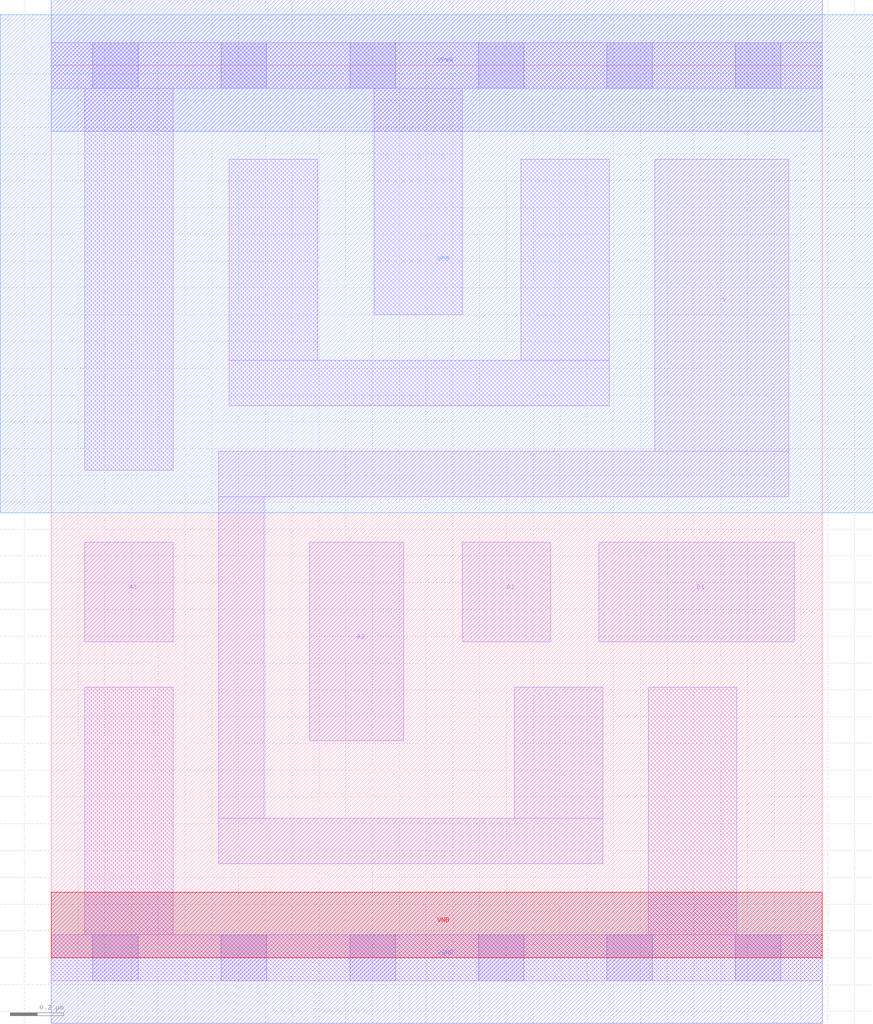
<source format=lef>
# Copyright 2020 The SkyWater PDK Authors
#
# Licensed under the Apache License, Version 2.0 (the "License");
# you may not use this file except in compliance with the License.
# You may obtain a copy of the License at
#
#     https://www.apache.org/licenses/LICENSE-2.0
#
# Unless required by applicable law or agreed to in writing, software
# distributed under the License is distributed on an "AS IS" BASIS,
# WITHOUT WARRANTIES OR CONDITIONS OF ANY KIND, either express or implied.
# See the License for the specific language governing permissions and
# limitations under the License.
#
# SPDX-License-Identifier: Apache-2.0

VERSION 5.7 ;
  NOWIREEXTENSIONATPIN ON ;
  DIVIDERCHAR "/" ;
  BUSBITCHARS "[]" ;
MACRO sky130_fd_sc_hs__a31oi_1
  CLASS CORE ;
  FOREIGN sky130_fd_sc_hs__a31oi_1 ;
  ORIGIN  0.000000  0.000000 ;
  SIZE  2.880000 BY  3.330000 ;
  SYMMETRY X Y ;
  SITE unit ;
  PIN A1
    ANTENNAGATEAREA  0.279000 ;
    DIRECTION INPUT ;
    USE SIGNAL ;
    PORT
      LAYER li1 ;
        RECT 1.535000 1.180000 1.865000 1.550000 ;
    END
  END A1
  PIN A2
    ANTENNAGATEAREA  0.279000 ;
    DIRECTION INPUT ;
    USE SIGNAL ;
    PORT
      LAYER li1 ;
        RECT 0.965000 0.810000 1.315000 1.550000 ;
    END
  END A2
  PIN A3
    ANTENNAGATEAREA  0.279000 ;
    DIRECTION INPUT ;
    USE SIGNAL ;
    PORT
      LAYER li1 ;
        RECT 0.125000 1.180000 0.455000 1.550000 ;
    END
  END A3
  PIN B1
    ANTENNAGATEAREA  0.279000 ;
    DIRECTION INPUT ;
    USE SIGNAL ;
    PORT
      LAYER li1 ;
        RECT 2.045000 1.180000 2.775000 1.550000 ;
    END
  END B1
  PIN Y
    ANTENNADIFFAREA  0.641200 ;
    DIRECTION OUTPUT ;
    USE SIGNAL ;
    PORT
      LAYER li1 ;
        RECT 0.625000 0.350000 2.060000 0.520000 ;
        RECT 0.625000 0.520000 0.795000 1.720000 ;
        RECT 0.625000 1.720000 2.755000 1.890000 ;
        RECT 1.730000 0.520000 2.060000 1.010000 ;
        RECT 2.255000 1.890000 2.755000 2.980000 ;
    END
  END Y
  PIN VGND
    DIRECTION INOUT ;
    USE GROUND ;
    PORT
      LAYER met1 ;
        RECT 0.000000 -0.245000 2.880000 0.245000 ;
    END
  END VGND
  PIN VNB
    DIRECTION INOUT ;
    USE GROUND ;
    PORT
      LAYER pwell ;
        RECT 0.000000 0.000000 2.880000 0.245000 ;
    END
  END VNB
  PIN VPB
    DIRECTION INOUT ;
    USE POWER ;
    PORT
      LAYER nwell ;
        RECT -0.190000 1.660000 3.070000 3.520000 ;
    END
  END VPB
  PIN VPWR
    DIRECTION INOUT ;
    USE POWER ;
    PORT
      LAYER met1 ;
        RECT 0.000000 3.085000 2.880000 3.575000 ;
    END
  END VPWR
  OBS
    LAYER li1 ;
      RECT 0.000000 -0.085000 2.880000 0.085000 ;
      RECT 0.000000  3.245000 2.880000 3.415000 ;
      RECT 0.125000  0.085000 0.455000 1.010000 ;
      RECT 0.125000  1.820000 0.455000 3.245000 ;
      RECT 0.665000  2.060000 2.085000 2.230000 ;
      RECT 0.665000  2.230000 0.995000 2.980000 ;
      RECT 1.205000  2.400000 1.535000 3.245000 ;
      RECT 1.755000  2.230000 2.085000 2.980000 ;
      RECT 2.230000  0.085000 2.560000 1.010000 ;
    LAYER mcon ;
      RECT 0.155000 -0.085000 0.325000 0.085000 ;
      RECT 0.155000  3.245000 0.325000 3.415000 ;
      RECT 0.635000 -0.085000 0.805000 0.085000 ;
      RECT 0.635000  3.245000 0.805000 3.415000 ;
      RECT 1.115000 -0.085000 1.285000 0.085000 ;
      RECT 1.115000  3.245000 1.285000 3.415000 ;
      RECT 1.595000 -0.085000 1.765000 0.085000 ;
      RECT 1.595000  3.245000 1.765000 3.415000 ;
      RECT 2.075000 -0.085000 2.245000 0.085000 ;
      RECT 2.075000  3.245000 2.245000 3.415000 ;
      RECT 2.555000 -0.085000 2.725000 0.085000 ;
      RECT 2.555000  3.245000 2.725000 3.415000 ;
  END
END sky130_fd_sc_hs__a31oi_1
END LIBRARY

</source>
